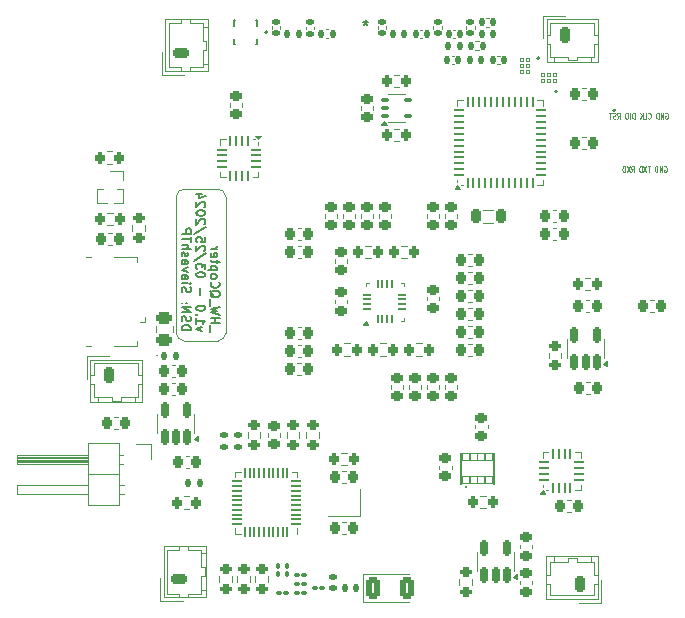
<source format=gbo>
G04 #@! TF.GenerationSoftware,KiCad,Pcbnew,8.0.0*
G04 #@! TF.CreationDate,2024-03-25T07:30:18-04:00*
G04 #@! TF.ProjectId,_Sub_HW_Qcopter,5f537562-5f48-4575-9f51-636f70746572,rev?*
G04 #@! TF.SameCoordinates,PX9157080PYf23bb80*
G04 #@! TF.FileFunction,Legend,Bot*
G04 #@! TF.FilePolarity,Positive*
%FSLAX46Y46*%
G04 Gerber Fmt 4.6, Leading zero omitted, Abs format (unit mm)*
G04 Created by KiCad (PCBNEW 8.0.0) date 2024-03-25 07:30:18*
%MOMM*%
%LPD*%
G01*
G04 APERTURE LIST*
G04 Aperture macros list*
%AMRoundRect*
0 Rectangle with rounded corners*
0 $1 Rounding radius*
0 $2 $3 $4 $5 $6 $7 $8 $9 X,Y pos of 4 corners*
0 Add a 4 corners polygon primitive as box body*
4,1,4,$2,$3,$4,$5,$6,$7,$8,$9,$2,$3,0*
0 Add four circle primitives for the rounded corners*
1,1,$1+$1,$2,$3*
1,1,$1+$1,$4,$5*
1,1,$1+$1,$6,$7*
1,1,$1+$1,$8,$9*
0 Add four rect primitives between the rounded corners*
20,1,$1+$1,$2,$3,$4,$5,0*
20,1,$1+$1,$4,$5,$6,$7,0*
20,1,$1+$1,$6,$7,$8,$9,0*
20,1,$1+$1,$8,$9,$2,$3,0*%
%AMFreePoly0*
4,1,14,0.363284,0.088284,0.375000,0.060000,0.375000,0.036569,0.363284,0.008285,0.266715,-0.088284,0.238431,-0.100000,-0.335000,-0.100000,-0.363284,-0.088284,-0.375000,-0.060000,-0.375000,0.060000,-0.363284,0.088284,-0.335000,0.100000,0.335000,0.100000,0.363284,0.088284,0.363284,0.088284,$1*%
%AMFreePoly1*
4,1,14,0.266715,0.088284,0.363284,-0.008285,0.375000,-0.036569,0.375000,-0.060000,0.363284,-0.088284,0.335000,-0.100000,-0.335000,-0.100000,-0.363284,-0.088284,-0.375000,-0.060000,-0.375000,0.060000,-0.363284,0.088284,-0.335000,0.100000,0.238431,0.100000,0.266715,0.088284,0.266715,0.088284,$1*%
%AMFreePoly2*
4,1,14,0.088284,0.363284,0.100000,0.335000,0.100000,-0.335000,0.088284,-0.363284,0.060000,-0.375000,0.036569,-0.375000,0.008285,-0.363284,-0.088284,-0.266715,-0.100000,-0.238431,-0.100000,0.335000,-0.088284,0.363284,-0.060000,0.375000,0.060000,0.375000,0.088284,0.363284,0.088284,0.363284,$1*%
%AMFreePoly3*
4,1,14,0.088284,0.363284,0.100000,0.335000,0.100000,-0.238431,0.088284,-0.266715,-0.008285,-0.363284,-0.036569,-0.375000,-0.060000,-0.375000,-0.088284,-0.363284,-0.100000,-0.335000,-0.100000,0.335000,-0.088284,0.363284,-0.060000,0.375000,0.060000,0.375000,0.088284,0.363284,0.088284,0.363284,$1*%
%AMFreePoly4*
4,1,14,0.363284,0.088284,0.375000,0.060000,0.375000,-0.060000,0.363284,-0.088284,0.335000,-0.100000,-0.335000,-0.100000,-0.363284,-0.088284,-0.375000,-0.060000,-0.375000,-0.036569,-0.363284,-0.008285,-0.266715,0.088284,-0.238431,0.100000,0.335000,0.100000,0.363284,0.088284,0.363284,0.088284,$1*%
%AMFreePoly5*
4,1,14,0.363284,0.088284,0.375000,0.060000,0.375000,-0.060000,0.363284,-0.088284,0.335000,-0.100000,-0.238431,-0.100000,-0.266715,-0.088284,-0.363284,0.008285,-0.375000,0.036569,-0.375000,0.060000,-0.363284,0.088284,-0.335000,0.100000,0.335000,0.100000,0.363284,0.088284,0.363284,0.088284,$1*%
%AMFreePoly6*
4,1,14,-0.008285,0.363284,0.088284,0.266715,0.100000,0.238431,0.100000,-0.335000,0.088284,-0.363284,0.060000,-0.375000,-0.060000,-0.375000,-0.088284,-0.363284,-0.100000,-0.335000,-0.100000,0.335000,-0.088284,0.363284,-0.060000,0.375000,-0.036569,0.375000,-0.008285,0.363284,-0.008285,0.363284,$1*%
%AMFreePoly7*
4,1,14,0.088284,0.363284,0.100000,0.335000,0.100000,-0.335000,0.088284,-0.363284,0.060000,-0.375000,-0.060000,-0.375000,-0.088284,-0.363284,-0.100000,-0.335000,-0.100000,0.238431,-0.088284,0.266715,0.008285,0.363284,0.036569,0.375000,0.060000,0.375000,0.088284,0.363284,0.088284,0.363284,$1*%
G04 Aperture macros list end*
%ADD10C,0.095250*%
%ADD11C,0.100000*%
%ADD12C,0.127000*%
%ADD13C,0.150000*%
%ADD14C,0.120000*%
%ADD15C,0.200000*%
%ADD16C,0.152400*%
%ADD17C,0.010000*%
%ADD18R,1.000000X1.000000*%
%ADD19O,1.000000X1.000000*%
%ADD20C,3.600000*%
%ADD21C,5.600000*%
%ADD22RoundRect,0.200000X0.275000X-0.200000X0.275000X0.200000X-0.275000X0.200000X-0.275000X-0.200000X0*%
%ADD23RoundRect,0.225000X0.250000X-0.225000X0.250000X0.225000X-0.250000X0.225000X-0.250000X-0.225000X0*%
%ADD24RoundRect,0.225000X0.225000X0.250000X-0.225000X0.250000X-0.225000X-0.250000X0.225000X-0.250000X0*%
%ADD25RoundRect,0.225000X-0.225000X-0.250000X0.225000X-0.250000X0.225000X0.250000X-0.225000X0.250000X0*%
%ADD26RoundRect,0.225000X-0.225000X-0.475000X0.225000X-0.475000X0.225000X0.475000X-0.225000X0.475000X0*%
%ADD27O,0.900000X1.400000*%
%ADD28RoundRect,0.147500X0.147500X0.172500X-0.147500X0.172500X-0.147500X-0.172500X0.147500X-0.172500X0*%
%ADD29RoundRect,0.225000X0.225000X0.475000X-0.225000X0.475000X-0.225000X-0.475000X0.225000X-0.475000X0*%
%ADD30RoundRect,0.225000X0.475000X-0.225000X0.475000X0.225000X-0.475000X0.225000X-0.475000X-0.225000X0*%
%ADD31O,1.400000X0.900000*%
%ADD32RoundRect,0.100000X-0.225000X-0.100000X0.225000X-0.100000X0.225000X0.100000X-0.225000X0.100000X0*%
%ADD33RoundRect,0.140000X0.170000X-0.140000X0.170000X0.140000X-0.170000X0.140000X-0.170000X-0.140000X0*%
%ADD34RoundRect,0.024800X0.130200X-0.165200X0.130200X0.165200X-0.130200X0.165200X-0.130200X-0.165200X0*%
%ADD35C,1.000000*%
%ADD36RoundRect,0.200000X0.200000X0.275000X-0.200000X0.275000X-0.200000X-0.275000X0.200000X-0.275000X0*%
%ADD37RoundRect,0.062500X-0.325000X-0.062500X0.325000X-0.062500X0.325000X0.062500X-0.325000X0.062500X0*%
%ADD38RoundRect,0.062500X-0.062500X-0.325000X0.062500X-0.325000X0.062500X0.325000X-0.062500X0.325000X0*%
%ADD39R,1.750000X1.750000*%
%ADD40RoundRect,0.062500X0.325000X0.062500X-0.325000X0.062500X-0.325000X-0.062500X0.325000X-0.062500X0*%
%ADD41RoundRect,0.062500X0.062500X0.325000X-0.062500X0.325000X-0.062500X-0.325000X0.062500X-0.325000X0*%
%ADD42RoundRect,0.218750X-0.218750X-0.381250X0.218750X-0.381250X0.218750X0.381250X-0.218750X0.381250X0*%
%ADD43RoundRect,0.147500X-0.147500X-0.172500X0.147500X-0.172500X0.147500X0.172500X-0.147500X0.172500X0*%
%ADD44RoundRect,0.225000X-0.250000X0.225000X-0.250000X-0.225000X0.250000X-0.225000X0.250000X0.225000X0*%
%ADD45RoundRect,0.140000X-0.140000X-0.170000X0.140000X-0.170000X0.140000X0.170000X-0.140000X0.170000X0*%
%ADD46RoundRect,0.243750X-0.456250X0.243750X-0.456250X-0.243750X0.456250X-0.243750X0.456250X0.243750X0*%
%ADD47RoundRect,0.140000X0.140000X0.170000X-0.140000X0.170000X-0.140000X-0.170000X0.140000X-0.170000X0*%
%ADD48RoundRect,0.039240X-0.287760X0.307760X-0.287760X-0.307760X0.287760X-0.307760X0.287760X0.307760X0*%
%ADD49RoundRect,0.062500X-0.375000X-0.062500X0.375000X-0.062500X0.375000X0.062500X-0.375000X0.062500X0*%
%ADD50RoundRect,0.062500X-0.062500X-0.375000X0.062500X-0.375000X0.062500X0.375000X-0.062500X0.375000X0*%
%ADD51R,5.600000X5.600000*%
%ADD52RoundRect,0.200000X-0.200000X-0.275000X0.200000X-0.275000X0.200000X0.275000X-0.200000X0.275000X0*%
%ADD53RoundRect,0.100000X-0.130000X-0.100000X0.130000X-0.100000X0.130000X0.100000X-0.130000X0.100000X0*%
%ADD54R,0.900000X0.800000*%
%ADD55RoundRect,0.150000X0.150000X-0.512500X0.150000X0.512500X-0.150000X0.512500X-0.150000X-0.512500X0*%
%ADD56RoundRect,0.050000X0.050000X-0.337500X0.050000X0.337500X-0.050000X0.337500X-0.050000X-0.337500X0*%
%ADD57RoundRect,0.050000X0.337500X-0.050000X0.337500X0.050000X-0.337500X0.050000X-0.337500X-0.050000X0*%
%ADD58R,3.800000X3.800000*%
%ADD59RoundRect,0.147500X0.172500X-0.147500X0.172500X0.147500X-0.172500X0.147500X-0.172500X-0.147500X0*%
%ADD60RoundRect,0.250000X-0.350000X-0.650000X0.350000X-0.650000X0.350000X0.650000X-0.350000X0.650000X0*%
%ADD61RoundRect,0.200000X-0.275000X0.200000X-0.275000X-0.200000X0.275000X-0.200000X0.275000X0.200000X0*%
%ADD62RoundRect,0.147500X-0.172500X0.147500X-0.172500X-0.147500X0.172500X-0.147500X0.172500X0.147500X0*%
%ADD63FreePoly0,0.000000*%
%ADD64RoundRect,0.050000X-0.325000X-0.050000X0.325000X-0.050000X0.325000X0.050000X-0.325000X0.050000X0*%
%ADD65FreePoly1,0.000000*%
%ADD66FreePoly2,0.000000*%
%ADD67RoundRect,0.050000X-0.050000X-0.325000X0.050000X-0.325000X0.050000X0.325000X-0.050000X0.325000X0*%
%ADD68FreePoly3,0.000000*%
%ADD69FreePoly4,0.000000*%
%ADD70FreePoly5,0.000000*%
%ADD71FreePoly6,0.000000*%
%ADD72FreePoly7,0.000000*%
%ADD73R,1.750000X1.600000*%
%ADD74RoundRect,0.100000X0.130000X0.100000X-0.130000X0.100000X-0.130000X-0.100000X0.130000X-0.100000X0*%
%ADD75RoundRect,0.100000X0.100000X-0.130000X0.100000X0.130000X-0.100000X0.130000X-0.100000X-0.130000X0*%
%ADD76R,1.350000X0.400000*%
%ADD77O,1.550000X0.890000*%
%ADD78R,1.550000X1.200000*%
%ADD79O,0.950000X1.250000*%
%ADD80R,1.550000X1.500000*%
%ADD81RoundRect,0.100000X-0.100000X0.130000X-0.100000X-0.130000X0.100000X-0.130000X0.100000X0.130000X0*%
%ADD82R,1.700000X1.700000*%
%ADD83O,1.700000X1.700000*%
%ADD84RoundRect,0.135000X0.135000X0.185000X-0.135000X0.185000X-0.135000X-0.185000X0.135000X-0.185000X0*%
%ADD85RoundRect,0.024800X0.165200X0.130200X-0.165200X0.130200X-0.165200X-0.130200X0.165200X-0.130200X0*%
%ADD86R,0.863600X0.609600*%
%ADD87R,0.254000X0.254000*%
G04 APERTURE END LIST*
D10*
X49075450Y36974533D02*
X49111736Y36998723D01*
X49111736Y36998723D02*
X49166164Y36998723D01*
X49166164Y36998723D02*
X49220593Y36974533D01*
X49220593Y36974533D02*
X49256878Y36926152D01*
X49256878Y36926152D02*
X49275021Y36877771D01*
X49275021Y36877771D02*
X49293164Y36781009D01*
X49293164Y36781009D02*
X49293164Y36708437D01*
X49293164Y36708437D02*
X49275021Y36611675D01*
X49275021Y36611675D02*
X49256878Y36563294D01*
X49256878Y36563294D02*
X49220593Y36514913D01*
X49220593Y36514913D02*
X49166164Y36490723D01*
X49166164Y36490723D02*
X49129878Y36490723D01*
X49129878Y36490723D02*
X49075450Y36514913D01*
X49075450Y36514913D02*
X49057307Y36539104D01*
X49057307Y36539104D02*
X49057307Y36708437D01*
X49057307Y36708437D02*
X49129878Y36708437D01*
X48894021Y36490723D02*
X48894021Y36998723D01*
X48894021Y36998723D02*
X48676307Y36490723D01*
X48676307Y36490723D02*
X48676307Y36998723D01*
X48494878Y36490723D02*
X48494878Y36998723D01*
X48494878Y36998723D02*
X48404164Y36998723D01*
X48404164Y36998723D02*
X48349735Y36974533D01*
X48349735Y36974533D02*
X48313450Y36926152D01*
X48313450Y36926152D02*
X48295307Y36877771D01*
X48295307Y36877771D02*
X48277164Y36781009D01*
X48277164Y36781009D02*
X48277164Y36708437D01*
X48277164Y36708437D02*
X48295307Y36611675D01*
X48295307Y36611675D02*
X48313450Y36563294D01*
X48313450Y36563294D02*
X48349735Y36514913D01*
X48349735Y36514913D02*
X48404164Y36490723D01*
X48404164Y36490723D02*
X48494878Y36490723D01*
X47878021Y36998723D02*
X47660307Y36998723D01*
X47769164Y36490723D02*
X47769164Y36998723D01*
X47569592Y36998723D02*
X47315592Y36490723D01*
X47315592Y36998723D02*
X47569592Y36490723D01*
X47170449Y36490723D02*
X47170449Y36998723D01*
X47170449Y36998723D02*
X47079735Y36998723D01*
X47079735Y36998723D02*
X47025306Y36974533D01*
X47025306Y36974533D02*
X46989021Y36926152D01*
X46989021Y36926152D02*
X46970878Y36877771D01*
X46970878Y36877771D02*
X46952735Y36781009D01*
X46952735Y36781009D02*
X46952735Y36708437D01*
X46952735Y36708437D02*
X46970878Y36611675D01*
X46970878Y36611675D02*
X46989021Y36563294D01*
X46989021Y36563294D02*
X47025306Y36514913D01*
X47025306Y36514913D02*
X47079735Y36490723D01*
X47079735Y36490723D02*
X47170449Y36490723D01*
X46281449Y36490723D02*
X46408449Y36732628D01*
X46499163Y36490723D02*
X46499163Y36998723D01*
X46499163Y36998723D02*
X46354020Y36998723D01*
X46354020Y36998723D02*
X46317735Y36974533D01*
X46317735Y36974533D02*
X46299592Y36950342D01*
X46299592Y36950342D02*
X46281449Y36901961D01*
X46281449Y36901961D02*
X46281449Y36829390D01*
X46281449Y36829390D02*
X46299592Y36781009D01*
X46299592Y36781009D02*
X46317735Y36756818D01*
X46317735Y36756818D02*
X46354020Y36732628D01*
X46354020Y36732628D02*
X46499163Y36732628D01*
X46154449Y36998723D02*
X45900449Y36490723D01*
X45900449Y36998723D02*
X46154449Y36490723D01*
X45755306Y36490723D02*
X45755306Y36998723D01*
X45755306Y36998723D02*
X45664592Y36998723D01*
X45664592Y36998723D02*
X45610163Y36974533D01*
X45610163Y36974533D02*
X45573878Y36926152D01*
X45573878Y36926152D02*
X45555735Y36877771D01*
X45555735Y36877771D02*
X45537592Y36781009D01*
X45537592Y36781009D02*
X45537592Y36708437D01*
X45537592Y36708437D02*
X45555735Y36611675D01*
X45555735Y36611675D02*
X45573878Y36563294D01*
X45573878Y36563294D02*
X45610163Y36514913D01*
X45610163Y36514913D02*
X45664592Y36490723D01*
X45664592Y36490723D02*
X45755306Y36490723D01*
X49177050Y41495733D02*
X49213336Y41519923D01*
X49213336Y41519923D02*
X49267764Y41519923D01*
X49267764Y41519923D02*
X49322193Y41495733D01*
X49322193Y41495733D02*
X49358478Y41447352D01*
X49358478Y41447352D02*
X49376621Y41398971D01*
X49376621Y41398971D02*
X49394764Y41302209D01*
X49394764Y41302209D02*
X49394764Y41229637D01*
X49394764Y41229637D02*
X49376621Y41132875D01*
X49376621Y41132875D02*
X49358478Y41084494D01*
X49358478Y41084494D02*
X49322193Y41036113D01*
X49322193Y41036113D02*
X49267764Y41011923D01*
X49267764Y41011923D02*
X49231478Y41011923D01*
X49231478Y41011923D02*
X49177050Y41036113D01*
X49177050Y41036113D02*
X49158907Y41060304D01*
X49158907Y41060304D02*
X49158907Y41229637D01*
X49158907Y41229637D02*
X49231478Y41229637D01*
X48995621Y41011923D02*
X48995621Y41519923D01*
X48995621Y41519923D02*
X48777907Y41011923D01*
X48777907Y41011923D02*
X48777907Y41519923D01*
X48596478Y41011923D02*
X48596478Y41519923D01*
X48596478Y41519923D02*
X48505764Y41519923D01*
X48505764Y41519923D02*
X48451335Y41495733D01*
X48451335Y41495733D02*
X48415050Y41447352D01*
X48415050Y41447352D02*
X48396907Y41398971D01*
X48396907Y41398971D02*
X48378764Y41302209D01*
X48378764Y41302209D02*
X48378764Y41229637D01*
X48378764Y41229637D02*
X48396907Y41132875D01*
X48396907Y41132875D02*
X48415050Y41084494D01*
X48415050Y41084494D02*
X48451335Y41036113D01*
X48451335Y41036113D02*
X48505764Y41011923D01*
X48505764Y41011923D02*
X48596478Y41011923D01*
X47707478Y41060304D02*
X47725621Y41036113D01*
X47725621Y41036113D02*
X47780049Y41011923D01*
X47780049Y41011923D02*
X47816335Y41011923D01*
X47816335Y41011923D02*
X47870764Y41036113D01*
X47870764Y41036113D02*
X47907049Y41084494D01*
X47907049Y41084494D02*
X47925192Y41132875D01*
X47925192Y41132875D02*
X47943335Y41229637D01*
X47943335Y41229637D02*
X47943335Y41302209D01*
X47943335Y41302209D02*
X47925192Y41398971D01*
X47925192Y41398971D02*
X47907049Y41447352D01*
X47907049Y41447352D02*
X47870764Y41495733D01*
X47870764Y41495733D02*
X47816335Y41519923D01*
X47816335Y41519923D02*
X47780049Y41519923D01*
X47780049Y41519923D02*
X47725621Y41495733D01*
X47725621Y41495733D02*
X47707478Y41471542D01*
X47362764Y41011923D02*
X47544192Y41011923D01*
X47544192Y41011923D02*
X47544192Y41519923D01*
X47235763Y41011923D02*
X47235763Y41519923D01*
X47018049Y41011923D02*
X47181335Y41302209D01*
X47018049Y41519923D02*
X47235763Y41229637D01*
X46564477Y41011923D02*
X46564477Y41519923D01*
X46564477Y41519923D02*
X46473763Y41519923D01*
X46473763Y41519923D02*
X46419334Y41495733D01*
X46419334Y41495733D02*
X46383049Y41447352D01*
X46383049Y41447352D02*
X46364906Y41398971D01*
X46364906Y41398971D02*
X46346763Y41302209D01*
X46346763Y41302209D02*
X46346763Y41229637D01*
X46346763Y41229637D02*
X46364906Y41132875D01*
X46364906Y41132875D02*
X46383049Y41084494D01*
X46383049Y41084494D02*
X46419334Y41036113D01*
X46419334Y41036113D02*
X46473763Y41011923D01*
X46473763Y41011923D02*
X46564477Y41011923D01*
X46183477Y41011923D02*
X46183477Y41519923D01*
X45929477Y41519923D02*
X45856905Y41519923D01*
X45856905Y41519923D02*
X45820620Y41495733D01*
X45820620Y41495733D02*
X45784334Y41447352D01*
X45784334Y41447352D02*
X45766191Y41350590D01*
X45766191Y41350590D02*
X45766191Y41181256D01*
X45766191Y41181256D02*
X45784334Y41084494D01*
X45784334Y41084494D02*
X45820620Y41036113D01*
X45820620Y41036113D02*
X45856905Y41011923D01*
X45856905Y41011923D02*
X45929477Y41011923D01*
X45929477Y41011923D02*
X45965763Y41036113D01*
X45965763Y41036113D02*
X46002048Y41084494D01*
X46002048Y41084494D02*
X46020191Y41181256D01*
X46020191Y41181256D02*
X46020191Y41350590D01*
X46020191Y41350590D02*
X46002048Y41447352D01*
X46002048Y41447352D02*
X45965763Y41495733D01*
X45965763Y41495733D02*
X45929477Y41519923D01*
X45094905Y41011923D02*
X45221905Y41253828D01*
X45312619Y41011923D02*
X45312619Y41519923D01*
X45312619Y41519923D02*
X45167476Y41519923D01*
X45167476Y41519923D02*
X45131191Y41495733D01*
X45131191Y41495733D02*
X45113048Y41471542D01*
X45113048Y41471542D02*
X45094905Y41423161D01*
X45094905Y41423161D02*
X45094905Y41350590D01*
X45094905Y41350590D02*
X45113048Y41302209D01*
X45113048Y41302209D02*
X45131191Y41278018D01*
X45131191Y41278018D02*
X45167476Y41253828D01*
X45167476Y41253828D02*
X45312619Y41253828D01*
X44949762Y41036113D02*
X44895334Y41011923D01*
X44895334Y41011923D02*
X44804619Y41011923D01*
X44804619Y41011923D02*
X44768334Y41036113D01*
X44768334Y41036113D02*
X44750191Y41060304D01*
X44750191Y41060304D02*
X44732048Y41108685D01*
X44732048Y41108685D02*
X44732048Y41157066D01*
X44732048Y41157066D02*
X44750191Y41205447D01*
X44750191Y41205447D02*
X44768334Y41229637D01*
X44768334Y41229637D02*
X44804619Y41253828D01*
X44804619Y41253828D02*
X44877191Y41278018D01*
X44877191Y41278018D02*
X44913476Y41302209D01*
X44913476Y41302209D02*
X44931619Y41326399D01*
X44931619Y41326399D02*
X44949762Y41374780D01*
X44949762Y41374780D02*
X44949762Y41423161D01*
X44949762Y41423161D02*
X44931619Y41471542D01*
X44931619Y41471542D02*
X44913476Y41495733D01*
X44913476Y41495733D02*
X44877191Y41519923D01*
X44877191Y41519923D02*
X44786476Y41519923D01*
X44786476Y41519923D02*
X44732048Y41495733D01*
X44623191Y41519923D02*
X44405477Y41519923D01*
X44514334Y41011923D02*
X44514334Y41519923D01*
D11*
X7772400Y22860000D02*
X7772400Y34417000D01*
X8407400Y35052000D02*
X11303000Y35052000D01*
X11938000Y34417000D02*
X11938000Y22860000D01*
X11303000Y22225000D02*
X8407400Y22225000D01*
X7772400Y34417000D02*
G75*
G02*
X8407400Y35052000I635000J0D01*
G01*
X11303000Y35052000D02*
G75*
G02*
X11938000Y34417000I0J-635000D01*
G01*
X8407400Y22225000D02*
G75*
G02*
X7772400Y22860000I0J635000D01*
G01*
X11938000Y22860000D02*
G75*
G02*
X11303000Y22225000I-635000J0D01*
G01*
D12*
X10591146Y22943552D02*
X10591146Y23524124D01*
X10663718Y23705552D02*
X11425718Y23705552D01*
X11062861Y23705552D02*
X11062861Y24140981D01*
X10663718Y24140981D02*
X11425718Y24140981D01*
X11425718Y24431267D02*
X10663718Y24612695D01*
X10663718Y24612695D02*
X11208004Y24757838D01*
X11208004Y24757838D02*
X10663718Y24902981D01*
X10663718Y24902981D02*
X11425718Y25084409D01*
X10591146Y25193266D02*
X10591146Y25773838D01*
X10591146Y26463266D02*
X10627432Y26390695D01*
X10627432Y26390695D02*
X10700004Y26318123D01*
X10700004Y26318123D02*
X10808861Y26209266D01*
X10808861Y26209266D02*
X10845146Y26136695D01*
X10845146Y26136695D02*
X10845146Y26064123D01*
X10663718Y26100409D02*
X10700004Y26027837D01*
X10700004Y26027837D02*
X10772575Y25955266D01*
X10772575Y25955266D02*
X10917718Y25918980D01*
X10917718Y25918980D02*
X11171718Y25918980D01*
X11171718Y25918980D02*
X11316861Y25955266D01*
X11316861Y25955266D02*
X11389432Y26027837D01*
X11389432Y26027837D02*
X11425718Y26100409D01*
X11425718Y26100409D02*
X11425718Y26245552D01*
X11425718Y26245552D02*
X11389432Y26318123D01*
X11389432Y26318123D02*
X11316861Y26390695D01*
X11316861Y26390695D02*
X11171718Y26426980D01*
X11171718Y26426980D02*
X10917718Y26426980D01*
X10917718Y26426980D02*
X10772575Y26390695D01*
X10772575Y26390695D02*
X10700004Y26318123D01*
X10700004Y26318123D02*
X10663718Y26245552D01*
X10663718Y26245552D02*
X10663718Y26100409D01*
X10736289Y27188981D02*
X10700004Y27152695D01*
X10700004Y27152695D02*
X10663718Y27043838D01*
X10663718Y27043838D02*
X10663718Y26971266D01*
X10663718Y26971266D02*
X10700004Y26862409D01*
X10700004Y26862409D02*
X10772575Y26789838D01*
X10772575Y26789838D02*
X10845146Y26753552D01*
X10845146Y26753552D02*
X10990289Y26717266D01*
X10990289Y26717266D02*
X11099146Y26717266D01*
X11099146Y26717266D02*
X11244289Y26753552D01*
X11244289Y26753552D02*
X11316861Y26789838D01*
X11316861Y26789838D02*
X11389432Y26862409D01*
X11389432Y26862409D02*
X11425718Y26971266D01*
X11425718Y26971266D02*
X11425718Y27043838D01*
X11425718Y27043838D02*
X11389432Y27152695D01*
X11389432Y27152695D02*
X11353146Y27188981D01*
X10663718Y27624409D02*
X10700004Y27551838D01*
X10700004Y27551838D02*
X10736289Y27515552D01*
X10736289Y27515552D02*
X10808861Y27479266D01*
X10808861Y27479266D02*
X11026575Y27479266D01*
X11026575Y27479266D02*
X11099146Y27515552D01*
X11099146Y27515552D02*
X11135432Y27551838D01*
X11135432Y27551838D02*
X11171718Y27624409D01*
X11171718Y27624409D02*
X11171718Y27733266D01*
X11171718Y27733266D02*
X11135432Y27805838D01*
X11135432Y27805838D02*
X11099146Y27842123D01*
X11099146Y27842123D02*
X11026575Y27878409D01*
X11026575Y27878409D02*
X10808861Y27878409D01*
X10808861Y27878409D02*
X10736289Y27842123D01*
X10736289Y27842123D02*
X10700004Y27805838D01*
X10700004Y27805838D02*
X10663718Y27733266D01*
X10663718Y27733266D02*
X10663718Y27624409D01*
X11171718Y28204981D02*
X10409718Y28204981D01*
X11135432Y28204981D02*
X11171718Y28277552D01*
X11171718Y28277552D02*
X11171718Y28422695D01*
X11171718Y28422695D02*
X11135432Y28495267D01*
X11135432Y28495267D02*
X11099146Y28531552D01*
X11099146Y28531552D02*
X11026575Y28567838D01*
X11026575Y28567838D02*
X10808861Y28567838D01*
X10808861Y28567838D02*
X10736289Y28531552D01*
X10736289Y28531552D02*
X10700004Y28495267D01*
X10700004Y28495267D02*
X10663718Y28422695D01*
X10663718Y28422695D02*
X10663718Y28277552D01*
X10663718Y28277552D02*
X10700004Y28204981D01*
X11171718Y28785553D02*
X11171718Y29075839D01*
X11425718Y28894410D02*
X10772575Y28894410D01*
X10772575Y28894410D02*
X10700004Y28930696D01*
X10700004Y28930696D02*
X10663718Y29003267D01*
X10663718Y29003267D02*
X10663718Y29075839D01*
X10700004Y29620125D02*
X10663718Y29547553D01*
X10663718Y29547553D02*
X10663718Y29402410D01*
X10663718Y29402410D02*
X10700004Y29329839D01*
X10700004Y29329839D02*
X10772575Y29293553D01*
X10772575Y29293553D02*
X11062861Y29293553D01*
X11062861Y29293553D02*
X11135432Y29329839D01*
X11135432Y29329839D02*
X11171718Y29402410D01*
X11171718Y29402410D02*
X11171718Y29547553D01*
X11171718Y29547553D02*
X11135432Y29620125D01*
X11135432Y29620125D02*
X11062861Y29656410D01*
X11062861Y29656410D02*
X10990289Y29656410D01*
X10990289Y29656410D02*
X10917718Y29293553D01*
X10663718Y29982982D02*
X11171718Y29982982D01*
X11026575Y29982982D02*
X11099146Y30019268D01*
X11099146Y30019268D02*
X11135432Y30055553D01*
X11135432Y30055553D02*
X11171718Y30128125D01*
X11171718Y30128125D02*
X11171718Y30200696D01*
X9944941Y23052410D02*
X9436941Y23233838D01*
X9436941Y23233838D02*
X9944941Y23415267D01*
X9436941Y24104695D02*
X9436941Y23669266D01*
X9436941Y23886981D02*
X10198941Y23886981D01*
X10198941Y23886981D02*
X10090084Y23814409D01*
X10090084Y23814409D02*
X10017512Y23741838D01*
X10017512Y23741838D02*
X9981227Y23669266D01*
X9509512Y24431266D02*
X9473227Y24467552D01*
X9473227Y24467552D02*
X9436941Y24431266D01*
X9436941Y24431266D02*
X9473227Y24394980D01*
X9473227Y24394980D02*
X9509512Y24431266D01*
X9509512Y24431266D02*
X9436941Y24431266D01*
X10198941Y24939266D02*
X10198941Y25011837D01*
X10198941Y25011837D02*
X10162655Y25084409D01*
X10162655Y25084409D02*
X10126369Y25120694D01*
X10126369Y25120694D02*
X10053798Y25156980D01*
X10053798Y25156980D02*
X9908655Y25193266D01*
X9908655Y25193266D02*
X9727227Y25193266D01*
X9727227Y25193266D02*
X9582084Y25156980D01*
X9582084Y25156980D02*
X9509512Y25120694D01*
X9509512Y25120694D02*
X9473227Y25084409D01*
X9473227Y25084409D02*
X9436941Y25011837D01*
X9436941Y25011837D02*
X9436941Y24939266D01*
X9436941Y24939266D02*
X9473227Y24866694D01*
X9473227Y24866694D02*
X9509512Y24830409D01*
X9509512Y24830409D02*
X9582084Y24794123D01*
X9582084Y24794123D02*
X9727227Y24757837D01*
X9727227Y24757837D02*
X9908655Y24757837D01*
X9908655Y24757837D02*
X10053798Y24794123D01*
X10053798Y24794123D02*
X10126369Y24830409D01*
X10126369Y24830409D02*
X10162655Y24866694D01*
X10162655Y24866694D02*
X10198941Y24939266D01*
X9727227Y26100408D02*
X9727227Y26680979D01*
X10198941Y27769551D02*
X10198941Y27842122D01*
X10198941Y27842122D02*
X10162655Y27914694D01*
X10162655Y27914694D02*
X10126369Y27950979D01*
X10126369Y27950979D02*
X10053798Y27987265D01*
X10053798Y27987265D02*
X9908655Y28023551D01*
X9908655Y28023551D02*
X9727227Y28023551D01*
X9727227Y28023551D02*
X9582084Y27987265D01*
X9582084Y27987265D02*
X9509512Y27950979D01*
X9509512Y27950979D02*
X9473227Y27914694D01*
X9473227Y27914694D02*
X9436941Y27842122D01*
X9436941Y27842122D02*
X9436941Y27769551D01*
X9436941Y27769551D02*
X9473227Y27696979D01*
X9473227Y27696979D02*
X9509512Y27660694D01*
X9509512Y27660694D02*
X9582084Y27624408D01*
X9582084Y27624408D02*
X9727227Y27588122D01*
X9727227Y27588122D02*
X9908655Y27588122D01*
X9908655Y27588122D02*
X10053798Y27624408D01*
X10053798Y27624408D02*
X10126369Y27660694D01*
X10126369Y27660694D02*
X10162655Y27696979D01*
X10162655Y27696979D02*
X10198941Y27769551D01*
X10198941Y28277551D02*
X10198941Y28749265D01*
X10198941Y28749265D02*
X9908655Y28495265D01*
X9908655Y28495265D02*
X9908655Y28604122D01*
X9908655Y28604122D02*
X9872369Y28676693D01*
X9872369Y28676693D02*
X9836084Y28712979D01*
X9836084Y28712979D02*
X9763512Y28749265D01*
X9763512Y28749265D02*
X9582084Y28749265D01*
X9582084Y28749265D02*
X9509512Y28712979D01*
X9509512Y28712979D02*
X9473227Y28676693D01*
X9473227Y28676693D02*
X9436941Y28604122D01*
X9436941Y28604122D02*
X9436941Y28386408D01*
X9436941Y28386408D02*
X9473227Y28313836D01*
X9473227Y28313836D02*
X9509512Y28277551D01*
X10235227Y29620122D02*
X9255512Y28966979D01*
X10126369Y29837836D02*
X10162655Y29874122D01*
X10162655Y29874122D02*
X10198941Y29946693D01*
X10198941Y29946693D02*
X10198941Y30128122D01*
X10198941Y30128122D02*
X10162655Y30200693D01*
X10162655Y30200693D02*
X10126369Y30236979D01*
X10126369Y30236979D02*
X10053798Y30273265D01*
X10053798Y30273265D02*
X9981227Y30273265D01*
X9981227Y30273265D02*
X9872369Y30236979D01*
X9872369Y30236979D02*
X9436941Y29801551D01*
X9436941Y29801551D02*
X9436941Y30273265D01*
X10198941Y30962693D02*
X10198941Y30599836D01*
X10198941Y30599836D02*
X9836084Y30563550D01*
X9836084Y30563550D02*
X9872369Y30599836D01*
X9872369Y30599836D02*
X9908655Y30672407D01*
X9908655Y30672407D02*
X9908655Y30853836D01*
X9908655Y30853836D02*
X9872369Y30926407D01*
X9872369Y30926407D02*
X9836084Y30962693D01*
X9836084Y30962693D02*
X9763512Y30998979D01*
X9763512Y30998979D02*
X9582084Y30998979D01*
X9582084Y30998979D02*
X9509512Y30962693D01*
X9509512Y30962693D02*
X9473227Y30926407D01*
X9473227Y30926407D02*
X9436941Y30853836D01*
X9436941Y30853836D02*
X9436941Y30672407D01*
X9436941Y30672407D02*
X9473227Y30599836D01*
X9473227Y30599836D02*
X9509512Y30563550D01*
X10235227Y31869836D02*
X9255512Y31216693D01*
X10126369Y32087550D02*
X10162655Y32123836D01*
X10162655Y32123836D02*
X10198941Y32196407D01*
X10198941Y32196407D02*
X10198941Y32377836D01*
X10198941Y32377836D02*
X10162655Y32450407D01*
X10162655Y32450407D02*
X10126369Y32486693D01*
X10126369Y32486693D02*
X10053798Y32522979D01*
X10053798Y32522979D02*
X9981227Y32522979D01*
X9981227Y32522979D02*
X9872369Y32486693D01*
X9872369Y32486693D02*
X9436941Y32051265D01*
X9436941Y32051265D02*
X9436941Y32522979D01*
X10198941Y32994693D02*
X10198941Y33067264D01*
X10198941Y33067264D02*
X10162655Y33139836D01*
X10162655Y33139836D02*
X10126369Y33176121D01*
X10126369Y33176121D02*
X10053798Y33212407D01*
X10053798Y33212407D02*
X9908655Y33248693D01*
X9908655Y33248693D02*
X9727227Y33248693D01*
X9727227Y33248693D02*
X9582084Y33212407D01*
X9582084Y33212407D02*
X9509512Y33176121D01*
X9509512Y33176121D02*
X9473227Y33139836D01*
X9473227Y33139836D02*
X9436941Y33067264D01*
X9436941Y33067264D02*
X9436941Y32994693D01*
X9436941Y32994693D02*
X9473227Y32922121D01*
X9473227Y32922121D02*
X9509512Y32885836D01*
X9509512Y32885836D02*
X9582084Y32849550D01*
X9582084Y32849550D02*
X9727227Y32813264D01*
X9727227Y32813264D02*
X9908655Y32813264D01*
X9908655Y32813264D02*
X10053798Y32849550D01*
X10053798Y32849550D02*
X10126369Y32885836D01*
X10126369Y32885836D02*
X10162655Y32922121D01*
X10162655Y32922121D02*
X10198941Y32994693D01*
X10126369Y33538978D02*
X10162655Y33575264D01*
X10162655Y33575264D02*
X10198941Y33647835D01*
X10198941Y33647835D02*
X10198941Y33829264D01*
X10198941Y33829264D02*
X10162655Y33901835D01*
X10162655Y33901835D02*
X10126369Y33938121D01*
X10126369Y33938121D02*
X10053798Y33974407D01*
X10053798Y33974407D02*
X9981227Y33974407D01*
X9981227Y33974407D02*
X9872369Y33938121D01*
X9872369Y33938121D02*
X9436941Y33502693D01*
X9436941Y33502693D02*
X9436941Y33974407D01*
X9944941Y34627549D02*
X9436941Y34627549D01*
X10235227Y34446121D02*
X9690941Y34264692D01*
X9690941Y34264692D02*
X9690941Y34736407D01*
X8210164Y23124981D02*
X8972164Y23124981D01*
X8972164Y23124981D02*
X8972164Y23306410D01*
X8972164Y23306410D02*
X8935878Y23415267D01*
X8935878Y23415267D02*
X8863307Y23487838D01*
X8863307Y23487838D02*
X8790735Y23524124D01*
X8790735Y23524124D02*
X8645592Y23560410D01*
X8645592Y23560410D02*
X8536735Y23560410D01*
X8536735Y23560410D02*
X8391592Y23524124D01*
X8391592Y23524124D02*
X8319021Y23487838D01*
X8319021Y23487838D02*
X8246450Y23415267D01*
X8246450Y23415267D02*
X8210164Y23306410D01*
X8210164Y23306410D02*
X8210164Y23124981D01*
X8246450Y23850695D02*
X8210164Y23959552D01*
X8210164Y23959552D02*
X8210164Y24140981D01*
X8210164Y24140981D02*
X8246450Y24213552D01*
X8246450Y24213552D02*
X8282735Y24249838D01*
X8282735Y24249838D02*
X8355307Y24286124D01*
X8355307Y24286124D02*
X8427878Y24286124D01*
X8427878Y24286124D02*
X8500450Y24249838D01*
X8500450Y24249838D02*
X8536735Y24213552D01*
X8536735Y24213552D02*
X8573021Y24140981D01*
X8573021Y24140981D02*
X8609307Y23995838D01*
X8609307Y23995838D02*
X8645592Y23923267D01*
X8645592Y23923267D02*
X8681878Y23886981D01*
X8681878Y23886981D02*
X8754450Y23850695D01*
X8754450Y23850695D02*
X8827021Y23850695D01*
X8827021Y23850695D02*
X8899592Y23886981D01*
X8899592Y23886981D02*
X8935878Y23923267D01*
X8935878Y23923267D02*
X8972164Y23995838D01*
X8972164Y23995838D02*
X8972164Y24177267D01*
X8972164Y24177267D02*
X8935878Y24286124D01*
X8210164Y24612695D02*
X8972164Y24612695D01*
X8972164Y24612695D02*
X8210164Y25048124D01*
X8210164Y25048124D02*
X8972164Y25048124D01*
X8282735Y25410981D02*
X8246450Y25447267D01*
X8246450Y25447267D02*
X8210164Y25410981D01*
X8210164Y25410981D02*
X8246450Y25374695D01*
X8246450Y25374695D02*
X8282735Y25410981D01*
X8282735Y25410981D02*
X8210164Y25410981D01*
X8681878Y25410981D02*
X8645592Y25447267D01*
X8645592Y25447267D02*
X8609307Y25410981D01*
X8609307Y25410981D02*
X8645592Y25374695D01*
X8645592Y25374695D02*
X8681878Y25410981D01*
X8681878Y25410981D02*
X8609307Y25410981D01*
X8246450Y26318123D02*
X8210164Y26426980D01*
X8210164Y26426980D02*
X8210164Y26608409D01*
X8210164Y26608409D02*
X8246450Y26680980D01*
X8246450Y26680980D02*
X8282735Y26717266D01*
X8282735Y26717266D02*
X8355307Y26753552D01*
X8355307Y26753552D02*
X8427878Y26753552D01*
X8427878Y26753552D02*
X8500450Y26717266D01*
X8500450Y26717266D02*
X8536735Y26680980D01*
X8536735Y26680980D02*
X8573021Y26608409D01*
X8573021Y26608409D02*
X8609307Y26463266D01*
X8609307Y26463266D02*
X8645592Y26390695D01*
X8645592Y26390695D02*
X8681878Y26354409D01*
X8681878Y26354409D02*
X8754450Y26318123D01*
X8754450Y26318123D02*
X8827021Y26318123D01*
X8827021Y26318123D02*
X8899592Y26354409D01*
X8899592Y26354409D02*
X8935878Y26390695D01*
X8935878Y26390695D02*
X8972164Y26463266D01*
X8972164Y26463266D02*
X8972164Y26644695D01*
X8972164Y26644695D02*
X8935878Y26753552D01*
X8210164Y27080123D02*
X8718164Y27080123D01*
X8972164Y27080123D02*
X8935878Y27043837D01*
X8935878Y27043837D02*
X8899592Y27080123D01*
X8899592Y27080123D02*
X8935878Y27116409D01*
X8935878Y27116409D02*
X8972164Y27080123D01*
X8972164Y27080123D02*
X8899592Y27080123D01*
X8210164Y27769551D02*
X8609307Y27769551D01*
X8609307Y27769551D02*
X8681878Y27733266D01*
X8681878Y27733266D02*
X8718164Y27660694D01*
X8718164Y27660694D02*
X8718164Y27515551D01*
X8718164Y27515551D02*
X8681878Y27442980D01*
X8246450Y27769551D02*
X8210164Y27696980D01*
X8210164Y27696980D02*
X8210164Y27515551D01*
X8210164Y27515551D02*
X8246450Y27442980D01*
X8246450Y27442980D02*
X8319021Y27406694D01*
X8319021Y27406694D02*
X8391592Y27406694D01*
X8391592Y27406694D02*
X8464164Y27442980D01*
X8464164Y27442980D02*
X8500450Y27515551D01*
X8500450Y27515551D02*
X8500450Y27696980D01*
X8500450Y27696980D02*
X8536735Y27769551D01*
X8718164Y28059838D02*
X8210164Y28241266D01*
X8210164Y28241266D02*
X8718164Y28422695D01*
X8210164Y29039551D02*
X8609307Y29039551D01*
X8609307Y29039551D02*
X8681878Y29003266D01*
X8681878Y29003266D02*
X8718164Y28930694D01*
X8718164Y28930694D02*
X8718164Y28785551D01*
X8718164Y28785551D02*
X8681878Y28712980D01*
X8246450Y29039551D02*
X8210164Y28966980D01*
X8210164Y28966980D02*
X8210164Y28785551D01*
X8210164Y28785551D02*
X8246450Y28712980D01*
X8246450Y28712980D02*
X8319021Y28676694D01*
X8319021Y28676694D02*
X8391592Y28676694D01*
X8391592Y28676694D02*
X8464164Y28712980D01*
X8464164Y28712980D02*
X8500450Y28785551D01*
X8500450Y28785551D02*
X8500450Y28966980D01*
X8500450Y28966980D02*
X8536735Y29039551D01*
X8246450Y29366123D02*
X8210164Y29438695D01*
X8210164Y29438695D02*
X8210164Y29583838D01*
X8210164Y29583838D02*
X8246450Y29656409D01*
X8246450Y29656409D02*
X8319021Y29692695D01*
X8319021Y29692695D02*
X8355307Y29692695D01*
X8355307Y29692695D02*
X8427878Y29656409D01*
X8427878Y29656409D02*
X8464164Y29583838D01*
X8464164Y29583838D02*
X8464164Y29474980D01*
X8464164Y29474980D02*
X8500450Y29402409D01*
X8500450Y29402409D02*
X8573021Y29366123D01*
X8573021Y29366123D02*
X8609307Y29366123D01*
X8609307Y29366123D02*
X8681878Y29402409D01*
X8681878Y29402409D02*
X8718164Y29474980D01*
X8718164Y29474980D02*
X8718164Y29583838D01*
X8718164Y29583838D02*
X8681878Y29656409D01*
X8210164Y30019266D02*
X8972164Y30019266D01*
X8210164Y30345837D02*
X8609307Y30345837D01*
X8609307Y30345837D02*
X8681878Y30309552D01*
X8681878Y30309552D02*
X8718164Y30236980D01*
X8718164Y30236980D02*
X8718164Y30128123D01*
X8718164Y30128123D02*
X8681878Y30055552D01*
X8681878Y30055552D02*
X8645592Y30019266D01*
X8972164Y30599838D02*
X8972164Y31035266D01*
X8210164Y30817552D02*
X8972164Y30817552D01*
X8210164Y31289266D02*
X8972164Y31289266D01*
X8972164Y31289266D02*
X8972164Y31579552D01*
X8972164Y31579552D02*
X8935878Y31652123D01*
X8935878Y31652123D02*
X8899592Y31688409D01*
X8899592Y31688409D02*
X8827021Y31724695D01*
X8827021Y31724695D02*
X8718164Y31724695D01*
X8718164Y31724695D02*
X8645592Y31688409D01*
X8645592Y31688409D02*
X8609307Y31652123D01*
X8609307Y31652123D02*
X8573021Y31579552D01*
X8573021Y31579552D02*
X8573021Y31289266D01*
D13*
X23787099Y49354381D02*
X23787099Y49116286D01*
X24025194Y49211524D02*
X23787099Y49116286D01*
X23787099Y49116286D02*
X23549004Y49211524D01*
X23929956Y48925810D02*
X23787099Y49116286D01*
X23787099Y49116286D02*
X23644242Y48925810D01*
X23787099Y49354381D02*
X23787099Y49116286D01*
X24025194Y49211524D02*
X23787099Y49116286D01*
X23787099Y49116286D02*
X23549004Y49211524D01*
X23929956Y48925810D02*
X23787099Y49116286D01*
X23787099Y49116286D02*
X23644242Y48925810D01*
D14*
X13828500Y14461258D02*
X13828500Y13986742D01*
X14873500Y14461258D02*
X14873500Y13986742D01*
X17130500Y14461258D02*
X17130500Y13986742D01*
X18175500Y14461258D02*
X18175500Y13986742D01*
X30478000Y32906581D02*
X30478000Y32625419D01*
X31498000Y32906581D02*
X31498000Y32625419D01*
X18033419Y31752000D02*
X18314581Y31752000D01*
X18033419Y30732000D02*
X18314581Y30732000D01*
X48171981Y25656000D02*
X47890819Y25656000D01*
X48171981Y24636000D02*
X47890819Y24636000D01*
X23366000Y42050581D02*
X23366000Y41769419D01*
X24386000Y42050581D02*
X24386000Y41769419D01*
X38800000Y49743000D02*
X38800000Y47833000D01*
X39110001Y49433000D02*
X39110001Y45833000D01*
X39110001Y45833000D02*
X43460001Y45832999D01*
X39410001Y49133000D02*
X39410002Y48133000D01*
X39410001Y47382999D02*
X39110001Y47382999D01*
X39410001Y46283000D02*
X39410001Y47382999D01*
X39410002Y48133000D02*
X39110000Y48133000D01*
X39710001Y46283000D02*
X39410001Y46283000D01*
X39710001Y45833000D02*
X39710001Y46283000D01*
X40710001Y49743000D02*
X38800000Y49743000D01*
X40910001Y46283000D02*
X39710001Y46283000D01*
X40910001Y45983000D02*
X40910001Y46283000D01*
X41660001Y46283000D02*
X41660001Y45983000D01*
X41660001Y45983000D02*
X40910001Y45983000D01*
X42860000Y46283000D02*
X41660001Y46283000D01*
X42860000Y46283000D02*
X43160000Y46283000D01*
X42860001Y45832999D02*
X42860000Y46283000D01*
X43160000Y46283000D02*
X43160001Y47383000D01*
X43160001Y49133000D02*
X39410001Y49133000D01*
X43160001Y48133000D02*
X43160001Y49133000D01*
X43160001Y47383000D02*
X43460001Y47383000D01*
X43460001Y49433000D02*
X39110001Y49433000D01*
X43460001Y48133000D02*
X43160001Y48133000D01*
X43460001Y45832999D02*
X43460001Y49433000D01*
X39100000Y3959001D02*
X39100000Y359000D01*
X39100000Y1659000D02*
X39400000Y1659000D01*
X39100000Y359000D02*
X43450000Y359000D01*
X39400000Y2409000D02*
X39100000Y2409000D01*
X39400000Y1659000D02*
X39400000Y659000D01*
X39400000Y659000D02*
X43150000Y659000D01*
X39400001Y3509000D02*
X39400000Y2409000D01*
X39700000Y3959001D02*
X39700001Y3509000D01*
X39700001Y3509000D02*
X39400001Y3509000D01*
X39700001Y3509000D02*
X40900000Y3509000D01*
X40900000Y3809000D02*
X41650000Y3809000D01*
X40900000Y3509000D02*
X40900000Y3809000D01*
X41650000Y3809000D02*
X41650000Y3509000D01*
X41650000Y3509000D02*
X42850000Y3509000D01*
X41850000Y49000D02*
X43760001Y49000D01*
X42850000Y3959000D02*
X42850000Y3509000D01*
X42850000Y3509000D02*
X43150000Y3509000D01*
X43149999Y1659000D02*
X43450001Y1659000D01*
X43150000Y3509000D02*
X43150000Y2409001D01*
X43150000Y2409001D02*
X43450000Y2409001D01*
X43150000Y659000D02*
X43149999Y1659000D01*
X43450000Y3959000D02*
X39100000Y3959001D01*
X43450000Y359000D02*
X43450000Y3959000D01*
X43760001Y49000D02*
X43760001Y1959000D01*
X6399000Y2092000D02*
X6399000Y182000D01*
X6399000Y182000D02*
X8309000Y182000D01*
X6709000Y4842000D02*
X6709000Y492000D01*
X6709000Y492000D02*
X10309000Y492000D01*
X7009000Y4542000D02*
X7009000Y792000D01*
X7009000Y792000D02*
X8009000Y792000D01*
X8009000Y4842000D02*
X8009000Y4542000D01*
X8009000Y4542000D02*
X7009000Y4542000D01*
X8009000Y792000D02*
X8009000Y492000D01*
X8759000Y4542000D02*
X8759000Y4842000D01*
X8759000Y792000D02*
X8759000Y492000D01*
X9859000Y4542000D02*
X8759000Y4542000D01*
X9859000Y4242000D02*
X9859000Y4542000D01*
X9859000Y4242000D02*
X9859000Y3042000D01*
X9859000Y3042000D02*
X10159000Y3042000D01*
X9859000Y2292000D02*
X9859000Y1092000D01*
X9859000Y1092000D02*
X9859000Y792000D01*
X9859000Y792000D02*
X8759000Y792000D01*
X10159000Y3042000D02*
X10159000Y2292000D01*
X10159000Y2292000D02*
X9859000Y2292000D01*
X10309000Y4842000D02*
X6709000Y4842000D01*
X10309000Y4242000D02*
X9859000Y4242000D01*
X10309000Y1092000D02*
X9859000Y1092000D01*
X10309000Y492000D02*
X10309000Y4842000D01*
X27116000Y43070000D02*
X25716000Y43070000D01*
X27116000Y40750000D02*
X25706000Y40750000D01*
X25576000Y40470000D02*
X25096000Y40470000D01*
X25336000Y40800000D01*
X25576000Y40470000D01*
G36*
X25576000Y40470000D02*
G01*
X25096000Y40470000D01*
X25336000Y40800000D01*
X25576000Y40470000D01*
G37*
X29533200Y48825036D02*
X29533200Y48609364D01*
X30253200Y48825036D02*
X30253200Y48609364D01*
D15*
X40018800Y43325600D02*
G75*
G02*
X39818800Y43325600I-100000J0D01*
G01*
X39818800Y43325600D02*
G75*
G02*
X40018800Y43325600I100000J0D01*
G01*
D14*
X28083742Y21985500D02*
X28558258Y21985500D01*
X28083742Y20940500D02*
X28558258Y20940500D01*
X15859116Y48843304D02*
X15859116Y48627632D01*
X16579116Y48843304D02*
X16579116Y48627632D01*
X32779581Y26545000D02*
X32498419Y26545000D01*
X32779581Y25525000D02*
X32498419Y25525000D01*
X42429420Y25656000D02*
X42710582Y25656000D01*
X42429420Y24636000D02*
X42710582Y24636000D01*
X8546219Y12448000D02*
X8827381Y12448000D01*
X8546219Y11428000D02*
X8827381Y11428000D01*
X23765742Y30240500D02*
X24240258Y30240500D01*
X23765742Y29195500D02*
X24240258Y29195500D01*
X38776000Y12786000D02*
X39251000Y12786000D01*
X38776000Y12311000D02*
X38776000Y12786000D01*
X38776000Y9806000D02*
X38776000Y10041000D01*
X39076000Y9566000D02*
X39251000Y9566000D01*
X41996000Y12786000D02*
X41521000Y12786000D01*
X41996000Y12311000D02*
X41996000Y12786000D01*
X41996000Y10041000D02*
X41996000Y9566000D01*
X41996000Y9566000D02*
X41521000Y9566000D01*
X39016000Y9236000D02*
X38536000Y9236000D01*
X38776000Y9566000D01*
X39016000Y9236000D01*
G36*
X39016000Y9236000D02*
G01*
X38536000Y9236000D01*
X38776000Y9566000D01*
X39016000Y9236000D01*
G37*
X12939500Y2269258D02*
X12939500Y1794742D01*
X13984500Y2269258D02*
X13984500Y1794742D01*
X11475000Y39263500D02*
X11950000Y39263500D01*
X11475000Y38788500D02*
X11475000Y39263500D01*
X11475000Y36518500D02*
X11475000Y36043500D01*
X11475000Y36043500D02*
X11950000Y36043500D01*
X14395000Y39263500D02*
X14220000Y39263500D01*
X14695000Y39023500D02*
X14695000Y38788500D01*
X14695000Y36518500D02*
X14695000Y36043500D01*
X14695000Y36043500D02*
X14220000Y36043500D01*
X14695000Y39263500D02*
X14455000Y39593500D01*
X14935000Y39593500D01*
X14695000Y39263500D01*
G36*
X14695000Y39263500D02*
G01*
X14455000Y39593500D01*
X14935000Y39593500D01*
X14695000Y39263500D01*
G37*
X34562622Y33326000D02*
X33763378Y33326000D01*
X34562622Y32206000D02*
X33763378Y32206000D01*
X33488742Y9112500D02*
X33963258Y9112500D01*
X33488742Y8067500D02*
X33963258Y8067500D01*
X2018419Y31371000D02*
X2299581Y31371000D01*
X2018419Y30351000D02*
X2299581Y30351000D01*
X21207000Y25411819D02*
X21207000Y25692981D01*
X22227000Y25411819D02*
X22227000Y25692981D01*
X18740800Y48799636D02*
X18740800Y48583964D01*
X19460800Y48799636D02*
X19460800Y48583964D01*
X35159836Y46334000D02*
X34944164Y46334000D01*
X35159836Y45614000D02*
X34944164Y45614000D01*
D12*
X12612000Y48900200D02*
X12612000Y49336200D01*
X12612000Y47772200D02*
X12612000Y47336200D01*
X12612000Y47336200D02*
X12743000Y47336200D01*
X12743000Y49336200D02*
X12612000Y49336200D01*
X14481000Y47336200D02*
X14612000Y47336200D01*
X14612000Y49336200D02*
X14481000Y49336200D01*
X14612000Y48900200D02*
X14612000Y49336200D01*
X14612000Y47772200D02*
X14612000Y47336200D01*
D15*
X15462000Y48336200D02*
G75*
G02*
X15262000Y48336200I-100000J0D01*
G01*
X15262000Y48336200D02*
G75*
G02*
X15462000Y48336200I100000J0D01*
G01*
D14*
X18033419Y30228000D02*
X18314581Y30228000D01*
X18033419Y29208000D02*
X18314581Y29208000D01*
X24890000Y32906581D02*
X24890000Y32625419D01*
X25910000Y32906581D02*
X25910000Y32625419D01*
X32766581Y23497000D02*
X32485419Y23497000D01*
X32766581Y22477000D02*
X32485419Y22477000D01*
X28954000Y25640419D02*
X28954000Y25921581D01*
X29974000Y25640419D02*
X29974000Y25921581D01*
D11*
X6176000Y20955000D02*
G75*
G02*
X6076002Y20955000I-49999J0D01*
G01*
X6076002Y20955000D02*
G75*
G02*
X6176000Y20955000I49999J0D01*
G01*
D14*
X26178742Y44718500D02*
X26653258Y44718500D01*
X26178742Y43673500D02*
X26653258Y43673500D01*
X41161581Y8765000D02*
X40880419Y8765000D01*
X41161581Y7745000D02*
X40880419Y7745000D01*
X24834200Y48825036D02*
X24834200Y48609364D01*
X25554200Y48825036D02*
X25554200Y48609364D01*
X6526000Y46669000D02*
X6526000Y44759000D01*
X6526000Y44759000D02*
X8436000Y44759000D01*
X6836000Y49419000D02*
X6836000Y45069000D01*
X6836000Y45069000D02*
X10436000Y45069000D01*
X7136000Y49119000D02*
X7136000Y45369000D01*
X7136000Y45369000D02*
X8136000Y45369000D01*
X8136000Y49419000D02*
X8136000Y49119000D01*
X8136000Y49119000D02*
X7136000Y49119000D01*
X8136000Y45369000D02*
X8136000Y45069000D01*
X8886000Y49119000D02*
X8886000Y49419000D01*
X8886000Y45369000D02*
X8886000Y45069000D01*
X9986000Y49119000D02*
X8886000Y49119000D01*
X9986000Y48819000D02*
X9986000Y49119000D01*
X9986000Y48819000D02*
X9986000Y47619000D01*
X9986000Y47619000D02*
X10286000Y47619000D01*
X9986000Y46869000D02*
X9986000Y45669000D01*
X9986000Y45669000D02*
X9986000Y45369000D01*
X9986000Y45369000D02*
X8886000Y45369000D01*
X10286000Y47619000D02*
X10286000Y46869000D01*
X10286000Y46869000D02*
X9986000Y46869000D01*
X10436000Y49419000D02*
X6836000Y49419000D01*
X10436000Y48819000D02*
X9986000Y48819000D01*
X10436000Y45669000D02*
X9986000Y45669000D01*
X10436000Y45069000D02*
X10436000Y49419000D01*
X25906000Y18147419D02*
X25906000Y18428581D01*
X26926000Y18147419D02*
X26926000Y18428581D01*
X32766581Y25021000D02*
X32485419Y25021000D01*
X32766581Y24001000D02*
X32485419Y24001000D01*
X20378000Y32919581D02*
X20378000Y32638419D01*
X21398000Y32919581D02*
X21398000Y32638419D01*
X6021000Y22982422D02*
X6021000Y23499578D01*
X7441000Y22982422D02*
X7441000Y23499578D01*
X31182364Y48569200D02*
X31398036Y48569200D01*
X31182364Y47849200D02*
X31398036Y47849200D01*
X33978964Y49534400D02*
X34194636Y49534400D01*
X33978964Y48814400D02*
X34194636Y48814400D01*
X28388364Y48569200D02*
X28604036Y48569200D01*
X28388364Y47849200D02*
X28604036Y47849200D01*
D12*
X31889000Y10130000D02*
X31889000Y12730000D01*
X34659000Y10130000D02*
X34659000Y12730000D01*
D15*
X32324000Y9830000D02*
G75*
G02*
X32224000Y9830000I-50000J0D01*
G01*
X32224000Y9830000D02*
G75*
G02*
X32324000Y9830000I50000J0D01*
G01*
D14*
X31561500Y42599000D02*
X32036500Y42599000D01*
X31561500Y42124000D02*
X31561500Y42599000D01*
X31561500Y35619000D02*
X31561500Y35854000D01*
X31861500Y35379000D02*
X32036500Y35379000D01*
X38781500Y42599000D02*
X38306500Y42599000D01*
X38781500Y42124000D02*
X38781500Y42599000D01*
X38781500Y35854000D02*
X38781500Y35379000D01*
X38781500Y35379000D02*
X38306500Y35379000D01*
X31801500Y35049000D02*
X31321500Y35049000D01*
X31561500Y35379000D01*
X31801500Y35049000D01*
G36*
X31801500Y35049000D02*
G01*
X31321500Y35049000D01*
X31561500Y35379000D01*
X31801500Y35049000D01*
G37*
X2396258Y33034500D02*
X1921742Y33034500D01*
X2396258Y31989500D02*
X1921742Y31989500D01*
X42431581Y39499000D02*
X42150419Y39499000D01*
X42431581Y38479000D02*
X42150419Y38479000D01*
X18033420Y23370000D02*
X18314580Y23370000D01*
X18033420Y22350000D02*
X18314580Y22350000D01*
X12317000Y42304581D02*
X12317000Y42023419D01*
X13337000Y42304581D02*
X13337000Y42023419D01*
X18033420Y21846000D02*
X18314580Y21846000D01*
X18033420Y20826000D02*
X18314580Y20826000D01*
X14463500Y2269258D02*
X14463500Y1794742D01*
X15508500Y2269258D02*
X15508500Y1794742D01*
X32766581Y21973000D02*
X32485419Y21973000D01*
X32766581Y20953000D02*
X32485419Y20953000D01*
X20621000Y7359000D02*
X23321000Y7359000D01*
X23321000Y7359000D02*
X23321000Y9659000D01*
X39294500Y21197758D02*
X39294500Y20723242D01*
X40339500Y21197758D02*
X40339500Y20723242D01*
X32779581Y29593000D02*
X32498419Y29593000D01*
X32779581Y28573000D02*
X32498419Y28573000D01*
X33238000Y4356000D02*
X33237999Y3556000D01*
X33238000Y2756000D02*
X33237999Y3556000D01*
X36358000Y4356000D02*
X36358001Y3556000D01*
X36358000Y2756000D02*
X36358001Y3556000D01*
X36638000Y2016000D02*
X36308000Y2256000D01*
X36638000Y2496000D01*
X36638000Y2016000D01*
G36*
X36638000Y2016000D02*
G01*
X36308000Y2256000D01*
X36638000Y2496000D01*
X36638000Y2016000D01*
G37*
X12764000Y11112000D02*
X12764000Y10662000D01*
X12764000Y5892001D02*
X12764000Y6342000D01*
X13214000Y11112000D02*
X12764000Y11112000D01*
X13214000Y5892001D02*
X12764000Y5892001D01*
X17534000Y11112000D02*
X17983999Y11112000D01*
X17983999Y11112000D02*
X17983999Y10662000D01*
X17984000Y5892000D02*
X17984000Y6342000D01*
X39916981Y33250600D02*
X39635819Y33250600D01*
X39916981Y32230600D02*
X39635819Y32230600D01*
X23547200Y2435077D02*
X23547200Y115077D01*
X23547200Y115077D02*
X27457200Y115077D01*
X27457200Y2435077D02*
X23547200Y2435077D01*
X25035742Y21985500D02*
X25510258Y21985500D01*
X25035742Y20940500D02*
X25510258Y20940500D01*
X4049500Y31512742D02*
X4049500Y31987258D01*
X5094500Y31512742D02*
X5094500Y31987258D01*
X18020419Y20322000D02*
X18301581Y20322000D01*
X18020419Y19302000D02*
X18301581Y19302000D01*
X20412932Y48571800D02*
X20628604Y48571800D01*
X20412932Y47851800D02*
X20628604Y47851800D01*
X6161372Y16040000D02*
X6161371Y15240000D01*
X6161372Y14440000D02*
X6161371Y15240000D01*
X9281372Y16040000D02*
X9281373Y15240000D01*
X9281372Y14440000D02*
X9281373Y15240000D01*
X9561372Y13700000D02*
X9231372Y13940000D01*
X9561372Y14180000D01*
X9561372Y13700000D01*
G36*
X9561372Y13700000D02*
G01*
X9231372Y13940000D01*
X9561372Y14180000D01*
X9561372Y13700000D01*
G37*
X21842000Y32919581D02*
X21842000Y32638419D01*
X22862000Y32919581D02*
X22862000Y32638419D01*
X2526420Y15750000D02*
X2807580Y15750000D01*
X2526420Y14730000D02*
X2807580Y14730000D01*
X31063164Y46334000D02*
X31278836Y46334000D01*
X31063164Y45614000D02*
X31278836Y45614000D01*
X22111581Y11178000D02*
X21830419Y11178000D01*
X22111581Y10158000D02*
X21830419Y10158000D01*
X22462258Y21985500D02*
X21987742Y21985500D01*
X22462258Y20940500D02*
X21987742Y20940500D01*
X32779581Y28069000D02*
X32498419Y28069000D01*
X32779581Y27049000D02*
X32498419Y27049000D01*
X8873258Y9031500D02*
X8398742Y9031500D01*
X8873258Y7986500D02*
X8398742Y7986500D01*
X28954000Y18160419D02*
X28954000Y18441581D01*
X29974000Y18160419D02*
X29974000Y18441581D01*
X1049000Y35069001D02*
X1595529Y35069001D01*
X1049000Y33864001D02*
X1049000Y35069001D01*
X1049000Y33864001D02*
X1851470Y33864001D01*
X2159000Y36589001D02*
X3269000Y36589001D01*
X2466530Y33864001D02*
X3269000Y33864001D01*
X2722471Y35069001D02*
X3269000Y35069001D01*
X3269000Y36589001D02*
X3269001Y35829001D01*
X3269000Y33864001D02*
X3269000Y35069001D01*
X23790000Y27137000D02*
X24040000Y27137000D01*
X23790000Y26887000D02*
X23790000Y27137000D01*
X27010000Y27137000D02*
X26760000Y27137000D01*
X27010000Y26887000D02*
X27010000Y27137000D01*
X27010000Y24167000D02*
X27010000Y23917000D01*
X27010000Y23917000D02*
X26760000Y23917000D01*
X24030000Y23587000D02*
X23550000Y23587000D01*
X23790000Y23917000D01*
X24030000Y23587000D01*
G36*
X24030000Y23587000D02*
G01*
X23550000Y23587000D01*
X23790000Y23917000D01*
X24030000Y23587000D01*
G37*
X26178742Y40146500D02*
X26653258Y40146500D01*
X26178742Y39101500D02*
X26653258Y39101500D01*
X15492000Y14364581D02*
X15492000Y14083419D01*
X16512000Y14364581D02*
X16512000Y14083419D01*
X42332743Y27522700D02*
X42807259Y27522700D01*
X42332743Y26477700D02*
X42807259Y26477700D01*
X30478000Y18160419D02*
X30478000Y18441581D01*
X31498000Y18160419D02*
X31498000Y18441581D01*
X28954000Y32906581D02*
X28954000Y32625419D01*
X29974000Y32906581D02*
X29974000Y32625419D01*
X181999Y20906000D02*
X181999Y18996000D01*
X492000Y20596000D02*
X492000Y16996000D01*
X492000Y16996000D02*
X4842000Y16995999D01*
X792000Y20296000D02*
X792001Y19296000D01*
X792000Y18545999D02*
X492000Y18545999D01*
X792000Y17446000D02*
X792000Y18545999D01*
X792001Y19296000D02*
X491999Y19296000D01*
X1092000Y17446000D02*
X792000Y17446000D01*
X1092000Y16996000D02*
X1092000Y17446000D01*
X2092000Y20906000D02*
X181999Y20906000D01*
X2292000Y17446000D02*
X1092000Y17446000D01*
X2292000Y17146000D02*
X2292000Y17446000D01*
X3042000Y17446000D02*
X3042000Y17146000D01*
X3042000Y17146000D02*
X2292000Y17146000D01*
X4241999Y17446000D02*
X3042000Y17446000D01*
X4241999Y17446000D02*
X4541999Y17446000D01*
X4242000Y16995999D02*
X4241999Y17446000D01*
X4541999Y17446000D02*
X4542000Y18546000D01*
X4542000Y20296000D02*
X792000Y20296000D01*
X4542000Y19296000D02*
X4542000Y20296000D01*
X4542000Y18546000D02*
X4842000Y18546000D01*
X4842000Y20596000D02*
X492000Y20596000D01*
X4842000Y19296000D02*
X4542000Y19296000D01*
X4842000Y16995999D02*
X4842000Y20596000D01*
X30041000Y11370419D02*
X30041000Y11651581D01*
X31061000Y11370419D02*
X31061000Y11651581D01*
X18781500Y14461258D02*
X18781500Y13986742D01*
X19826500Y14461258D02*
X19826500Y13986742D01*
X31735500Y1540742D02*
X31735500Y2015258D01*
X32780500Y1540742D02*
X32780500Y2015258D01*
X104000Y29287000D02*
X504000Y29287000D01*
X504000Y21767000D02*
X104000Y21767000D01*
X4454000Y29287000D02*
X2474000Y29287000D01*
X4454000Y28867000D02*
X4454000Y29287000D01*
X4454000Y22187000D02*
X4454000Y21767000D01*
X4454000Y21767000D02*
X2474000Y21767000D01*
X5134000Y23767000D02*
X4684000Y23767000D01*
X5134000Y23767000D02*
X5134000Y24217000D01*
X1870942Y38241500D02*
X2345458Y38241500D01*
X1870942Y37196500D02*
X2345458Y37196500D01*
X11415500Y2269258D02*
X11415500Y1794742D01*
X12460500Y2269258D02*
X12460500Y1794742D01*
X23366000Y32906581D02*
X23366000Y32625419D01*
X24386000Y32906581D02*
X24386000Y32625419D01*
X42150419Y43639200D02*
X42431581Y43639200D01*
X42150419Y42619200D02*
X42431581Y42619200D01*
X21733742Y12714500D02*
X22208258Y12714500D01*
X21733742Y11669500D02*
X22208258Y11669500D01*
X-5725000Y12577000D02*
X275000Y12577000D01*
X-5725000Y12517000D02*
X275000Y12517000D01*
X-5725000Y12397000D02*
X275000Y12397000D01*
X-5725000Y12277000D02*
X275000Y12277000D01*
X-5725000Y12157000D02*
X275000Y12157000D01*
X-5725000Y12036999D02*
X275000Y12037000D01*
X-5725000Y11917001D02*
X275000Y11917000D01*
X-5725000Y11817000D02*
X-5725000Y12577000D01*
X-5725000Y10037000D02*
X275000Y10037000D01*
X-5725000Y9277000D02*
X-5725000Y10037000D01*
X275000Y13527000D02*
X275000Y8327000D01*
X275000Y11817000D02*
X-5725000Y11817000D01*
X275000Y10927000D02*
X2935000Y10927000D01*
X275000Y9277000D02*
X-5725000Y9277000D01*
X275000Y8327000D02*
X2935000Y8327000D01*
X2935000Y13527000D02*
X275000Y13527000D01*
X2935000Y12577000D02*
X3265000Y12577000D01*
X2935000Y11817000D02*
X3265000Y11817000D01*
X2935000Y10037000D02*
X3332071Y10037000D01*
X2935000Y9277000D02*
X3332071Y9277000D01*
X2935000Y8327000D02*
X2935000Y13527000D01*
X4375000Y13467001D02*
X5645000Y13467000D01*
X5645000Y13467000D02*
X5645001Y12197000D01*
X33069559Y47573200D02*
X33376841Y47573200D01*
X33069559Y46813200D02*
X33376841Y46813200D01*
X26813742Y30240500D02*
X27288258Y30240500D01*
X26813742Y29195500D02*
X27288258Y29195500D01*
D15*
X38511600Y46116400D02*
G75*
G02*
X38311600Y46116400I-100000J0D01*
G01*
X38311600Y46116400D02*
G75*
G02*
X38511600Y46116400I100000J0D01*
G01*
D14*
X27430000Y18147419D02*
X27430000Y18428581D01*
X28450000Y18147419D02*
X28450000Y18428581D01*
X33089000Y15080581D02*
X33089000Y14799419D01*
X34109000Y15080581D02*
X34109000Y14799419D01*
D16*
X44949100Y41721401D02*
G75*
G02*
X44745900Y41721401I-101600J0D01*
G01*
X44745900Y41721401D02*
G75*
G02*
X44949100Y41721401I101600J0D01*
G01*
D14*
X21207000Y29096581D02*
X21207000Y28815419D01*
X22227000Y29096581D02*
X22227000Y28815419D01*
X32304200Y48825036D02*
X32304200Y48609364D01*
X33024200Y48825036D02*
X33024200Y48609364D01*
X36828000Y1612019D02*
X36828000Y1893181D01*
X37848000Y1612019D02*
X37848000Y1893181D01*
X22111581Y6860000D02*
X21830419Y6860000D01*
X22111581Y5840000D02*
X21830419Y5840000D01*
X42470419Y18747200D02*
X42751581Y18747200D01*
X42470419Y17727200D02*
X42751581Y17727200D01*
X36828000Y4660019D02*
X36828000Y4941181D01*
X37848000Y4660019D02*
X37848000Y4941181D01*
X40858000Y22390000D02*
X40857999Y21590000D01*
X40858000Y20790000D02*
X40857999Y21590000D01*
X43978000Y22390000D02*
X43978001Y21590000D01*
X43978000Y20790000D02*
X43978001Y21590000D01*
X44258000Y20050000D02*
X43928000Y20290000D01*
X44258000Y20530000D01*
X44258000Y20050000D01*
G36*
X44258000Y20050000D02*
G01*
X43928000Y20290000D01*
X44258000Y20530000D01*
X44258000Y20050000D01*
G37*
X39916981Y31726600D02*
X39635819Y31726600D01*
X39916981Y30706600D02*
X39635819Y30706600D01*
X7646581Y18671000D02*
X7365419Y18671000D01*
X7646581Y17651000D02*
X7365419Y17651000D01*
X7646581Y20195000D02*
X7365419Y20195000D01*
X7646581Y19175000D02*
X7365419Y19175000D01*
%LPC*%
D17*
X12862000Y48086200D02*
X12462000Y48086200D01*
X12462000Y48586200D01*
X12862000Y48586200D01*
X12862000Y48086200D01*
G36*
X12862000Y48086200D02*
G01*
X12462000Y48086200D01*
X12462000Y48586200D01*
X12862000Y48586200D01*
X12862000Y48086200D01*
G37*
X14762000Y48086200D02*
X14362000Y48086200D01*
X14362000Y48586200D01*
X14762000Y48586200D01*
X14762000Y48086200D01*
G36*
X14762000Y48086200D02*
G01*
X14362000Y48086200D01*
X14362000Y48586200D01*
X14762000Y48586200D01*
X14762000Y48086200D01*
G37*
X14162000Y49016200D02*
X13932000Y48786200D01*
X13292000Y48786200D01*
X13062000Y49016200D01*
X13062000Y49486200D01*
X14162000Y49486200D01*
X14162000Y49016200D01*
G36*
X14162000Y49016200D02*
G01*
X13932000Y48786200D01*
X13292000Y48786200D01*
X13062000Y49016200D01*
X13062000Y49486200D01*
X14162000Y49486200D01*
X14162000Y49016200D01*
G37*
X14162000Y47656200D02*
X14162000Y47186200D01*
X13062000Y47186200D01*
X13062000Y47656200D01*
X13292000Y47886200D01*
X13932000Y47886200D01*
X14162000Y47656200D01*
G36*
X14162000Y47656200D02*
G01*
X14162000Y47186200D01*
X13062000Y47186200D01*
X13062000Y47656200D01*
X13292000Y47886200D01*
X13932000Y47886200D01*
X14162000Y47656200D01*
G37*
D18*
X48783000Y16764000D03*
D19*
X47512999Y16764000D03*
D20*
X47066200Y3048000D03*
D21*
X47066200Y3048000D03*
D18*
X48783000Y10033000D03*
D19*
X47512999Y10033000D03*
D18*
X48773001Y35560000D03*
D19*
X47503000Y35560000D03*
X46233001Y35560000D03*
D20*
X47066200Y47040800D03*
D21*
X47066200Y47040800D03*
D18*
X48783000Y14478000D03*
D19*
X47512999Y14478000D03*
D18*
X48742600Y42341800D03*
D19*
X47472599Y42341800D03*
X46202600Y42341800D03*
X44932600Y42341800D03*
D20*
X3048000Y47040800D03*
D21*
X3048000Y47040800D03*
D18*
X48783000Y12192000D03*
D19*
X47512999Y12192000D03*
D18*
X48763000Y40132000D03*
D19*
X47492999Y40132000D03*
X46223000Y40132000D03*
X44953000Y40132000D03*
D18*
X48768001Y37846000D03*
D19*
X47498000Y37846000D03*
X46228001Y37846000D03*
D20*
X3048000Y3048000D03*
D21*
X3048000Y3048000D03*
D22*
X14351000Y13399000D03*
X14351000Y15049000D03*
X17653000Y13399000D03*
X17653000Y15049000D03*
D23*
X30988000Y31991000D03*
X30988000Y33541000D03*
D24*
X18949000Y31242000D03*
X17399000Y31242000D03*
D25*
X47256400Y25146000D03*
X48806400Y25146000D03*
D23*
X23876000Y41135000D03*
X23876000Y42685000D03*
D26*
X40660001Y48133000D03*
D27*
X41910000Y48133000D03*
D28*
X31775200Y47193200D03*
X30805200Y47193200D03*
D29*
X41900000Y1659000D03*
D27*
X40650001Y1659000D03*
D30*
X8009000Y2042000D03*
D31*
X8009000Y3292000D03*
D32*
X25466000Y41260000D03*
X25466001Y41910000D03*
X25466000Y42560000D03*
X27366000Y42560000D03*
X27366000Y41260000D03*
D28*
X9733000Y10160000D03*
X8763000Y10160000D03*
X18138000Y48227468D03*
X17168000Y48227468D03*
D33*
X29893200Y48237200D03*
X29893200Y49197200D03*
D34*
X39793800Y44170599D03*
X39293800Y44170600D03*
X38793800Y44170599D03*
X38793800Y44700600D03*
X39293800Y44700599D03*
X39793800Y44700600D03*
D35*
X45948600Y7696200D03*
D36*
X29146000Y21463000D03*
X27496000Y21463000D03*
D33*
X16219116Y48255468D03*
X16219116Y49215468D03*
D25*
X31864000Y26035000D03*
X33414000Y26035000D03*
D24*
X43345001Y25146000D03*
X41795001Y25146000D03*
X9461800Y11938000D03*
X7911800Y11938000D03*
D36*
X24828000Y29718000D03*
X23178000Y29718000D03*
D37*
X38923500Y10426000D03*
X38923500Y10926000D03*
X38923500Y11426000D03*
X38923500Y11926000D03*
D38*
X39636000Y12638500D03*
X40136000Y12638500D03*
X40636000Y12638500D03*
X41136000Y12638500D03*
D37*
X41848500Y11926000D03*
X41848500Y11426000D03*
X41848500Y10926000D03*
X41848500Y10426000D03*
D38*
X41136000Y9713500D03*
X40636000Y9713500D03*
X40136000Y9713500D03*
X39636000Y9713500D03*
D39*
X40386000Y11176000D03*
D22*
X13462000Y1207000D03*
X13462000Y2857000D03*
D40*
X14547500Y38403500D03*
X14547500Y37903500D03*
X14547500Y37403500D03*
X14547500Y36903500D03*
D41*
X13835000Y36191000D03*
X13335000Y36191000D03*
X12835000Y36191000D03*
X12335000Y36191000D03*
D40*
X11622500Y36903500D03*
X11622500Y37403500D03*
X11622500Y37903500D03*
X11622500Y38403500D03*
D41*
X12335000Y39116000D03*
X12835000Y39116000D03*
X13335000Y39116000D03*
X13835000Y39116000D03*
D39*
X13085000Y37653500D03*
D42*
X33100500Y32766000D03*
X35225500Y32766000D03*
D43*
X32591000Y45974000D03*
X33561000Y45974000D03*
D36*
X34551000Y8590000D03*
X32901000Y8590000D03*
D24*
X2934000Y30861000D03*
X1384000Y30861000D03*
D44*
X21717000Y26327400D03*
X21717000Y24777400D03*
D33*
X19100800Y48211800D03*
X19100800Y49171800D03*
D45*
X34572000Y45974000D03*
X35532000Y45974000D03*
D24*
X18949000Y29718000D03*
X17399000Y29718000D03*
D23*
X25400000Y31991000D03*
X25400000Y33541000D03*
D25*
X31851000Y22987000D03*
X33401000Y22987000D03*
D44*
X29464000Y26556000D03*
X29464000Y25006000D03*
D43*
X6731000Y20955000D03*
X7701000Y20955000D03*
D36*
X27241000Y44196000D03*
X25591000Y44196000D03*
D25*
X40246000Y8255000D03*
X41796000Y8255000D03*
D33*
X25194200Y48237200D03*
X25194200Y49197200D03*
D30*
X8136000Y46619000D03*
D31*
X8136000Y47869000D03*
D44*
X26416000Y19063000D03*
X26416000Y17513000D03*
D25*
X31851000Y24511000D03*
X33401000Y24511000D03*
D23*
X20888000Y32004000D03*
X20888000Y33554000D03*
D46*
X6731000Y24178501D03*
X6731000Y22303499D03*
D47*
X31770200Y48209200D03*
X30810200Y48209200D03*
X34566800Y49174400D03*
X33606800Y49174400D03*
X28976200Y48209200D03*
X28016200Y48209200D03*
D48*
X32298999Y10460000D03*
X32949000Y10460000D03*
X33599000Y10460000D03*
X34249001Y10460000D03*
X34249001Y12400000D03*
X33599000Y12400000D03*
X32949000Y12400000D03*
X32298999Y12400000D03*
D49*
X31734000Y36239000D03*
X31734000Y36739000D03*
X31734000Y37239001D03*
X31734000Y37739000D03*
X31734000Y38238999D03*
X31734000Y38739000D03*
X31734000Y39239000D03*
X31734000Y39739001D03*
X31734000Y40239000D03*
X31734000Y40738999D03*
X31734000Y41239000D03*
X31734000Y41739000D03*
D50*
X32421500Y42426500D03*
X32921500Y42426500D03*
X33421501Y42426500D03*
X33921500Y42426500D03*
X34421499Y42426500D03*
X34921500Y42426500D03*
X35421500Y42426500D03*
X35921501Y42426500D03*
X36421500Y42426500D03*
X36921499Y42426500D03*
X37421500Y42426500D03*
X37921500Y42426500D03*
D49*
X38609000Y41739000D03*
X38609000Y41239000D03*
X38609000Y40738999D03*
X38609000Y40239000D03*
X38609000Y39739001D03*
X38609000Y39239000D03*
X38609000Y38739000D03*
X38609000Y38238999D03*
X38609000Y37739000D03*
X38609000Y37239001D03*
X38609000Y36739000D03*
X38609000Y36239000D03*
D50*
X37921500Y35551500D03*
X37421500Y35551500D03*
X36921499Y35551500D03*
X36421500Y35551500D03*
X35921501Y35551500D03*
X35421500Y35551500D03*
X34921500Y35551500D03*
X34421499Y35551500D03*
X33921500Y35551500D03*
X33421501Y35551500D03*
X32921500Y35551500D03*
X32421500Y35551500D03*
D51*
X35171500Y38989000D03*
D52*
X1334000Y32512000D03*
X2984000Y32512000D03*
D25*
X41516000Y38989000D03*
X43066000Y38989000D03*
D24*
X18949000Y22860000D03*
X17399000Y22860000D03*
D53*
X16444000Y889000D03*
X17084000Y889000D03*
D28*
X27076200Y48209200D03*
X26106200Y48209200D03*
D23*
X12827000Y41389000D03*
X12827000Y42939000D03*
D24*
X18949000Y21336000D03*
X17399000Y21336000D03*
D22*
X14986000Y1207000D03*
X14986000Y2857000D03*
D25*
X31851000Y21463000D03*
X33401000Y21463000D03*
D54*
X22671000Y7959000D03*
X21271000Y7959000D03*
X21271000Y9059000D03*
X22671000Y9059000D03*
D22*
X39817000Y20135500D03*
X39817000Y21785500D03*
D25*
X31864000Y29083000D03*
X33414000Y29083000D03*
D53*
X17968000Y2413000D03*
X18608000Y2413000D03*
D55*
X35747999Y2418500D03*
X34798000Y2418500D03*
X33848001Y2418500D03*
X33848001Y4693500D03*
X35747999Y4693500D03*
D56*
X17174000Y6014500D03*
X16774000Y6014500D03*
X16374000Y6014500D03*
X15974000Y6014500D03*
X15574000Y6014500D03*
X15174000Y6014500D03*
X14774000Y6014500D03*
X14374000Y6014500D03*
X13974000Y6014500D03*
X13574000Y6014500D03*
D57*
X12886500Y6702001D03*
X12886500Y7102000D03*
X12886500Y7502000D03*
X12886500Y7902000D03*
X12886501Y8302000D03*
X12886500Y8702000D03*
X12886500Y9102000D03*
X12886500Y9502001D03*
X12886500Y9902000D03*
X12886500Y10302000D03*
D56*
X13574000Y10989500D03*
X13974000Y10989500D03*
X14373999Y10989500D03*
X14774000Y10989500D03*
X15174000Y10989500D03*
X15574000Y10989499D03*
X15974000Y10989500D03*
X16374000Y10989500D03*
X16774000Y10989500D03*
X17173999Y10989500D03*
D57*
X17861500Y10302000D03*
X17861500Y9902000D03*
X17861500Y9502000D03*
X17861500Y9102000D03*
X17861500Y8702000D03*
X17861500Y8302000D03*
X17861500Y7902000D03*
X17861500Y7502000D03*
X17861500Y7102000D03*
X17861500Y6702000D03*
D58*
X15374000Y8502000D03*
D25*
X39001400Y32740600D03*
X40551400Y32740600D03*
D59*
X12954000Y13231000D03*
X12954000Y14201000D03*
D60*
X24407200Y1275077D03*
X27307200Y1275077D03*
D36*
X26098000Y21463000D03*
X24448000Y21463000D03*
D61*
X4572000Y32575000D03*
X4572000Y30925000D03*
D24*
X18936000Y19812000D03*
X17386000Y19812000D03*
D47*
X21000768Y48211800D03*
X20040768Y48211800D03*
D55*
X8671371Y14102500D03*
X7721372Y14102500D03*
X6771373Y14102500D03*
X6771373Y16377500D03*
X8671371Y16377500D03*
D23*
X22352000Y32004000D03*
X22352000Y33554000D03*
D24*
X3442000Y15240000D03*
X1892000Y15240000D03*
D35*
X4089400Y42519600D03*
D47*
X31651000Y45974000D03*
X30691000Y45974000D03*
D25*
X21196000Y10668000D03*
X22746000Y10668000D03*
D52*
X21400000Y21463000D03*
X23050000Y21463000D03*
D25*
X31864000Y27559000D03*
X33414000Y27559000D03*
D52*
X7811000Y8509000D03*
X9461000Y8509000D03*
D44*
X29464000Y19076000D03*
X29464000Y17526000D03*
D18*
X2159000Y35829001D03*
D19*
X2159000Y34559000D03*
D62*
X11811000Y14201000D03*
X11811000Y13231000D03*
D63*
X23900000Y24527000D03*
D64*
X23900000Y24927000D03*
X23900000Y25327000D03*
X23900000Y25727000D03*
X23900000Y26127000D03*
D65*
X23900000Y26527000D03*
D66*
X24400000Y27027000D03*
D67*
X24800000Y27027000D03*
X25200000Y27027000D03*
X25600000Y27027000D03*
X26000000Y27027000D03*
D68*
X26400000Y27027000D03*
D69*
X26900000Y26527000D03*
D64*
X26900000Y26127000D03*
X26900000Y25727000D03*
X26900000Y25327000D03*
X26900000Y24927000D03*
D70*
X26900000Y24527000D03*
D71*
X26400000Y24027000D03*
D67*
X26000000Y24027000D03*
X25600000Y24027000D03*
X25200000Y24027000D03*
X24800000Y24027000D03*
D72*
X24400000Y24027000D03*
D73*
X25400000Y25527000D03*
D74*
X18608000Y889000D03*
X17968000Y889000D03*
D36*
X27241000Y39624000D03*
X25591000Y39624000D03*
D23*
X16002000Y13449000D03*
X16002000Y14999000D03*
D36*
X43395001Y27000200D03*
X41745001Y27000200D03*
D75*
X16383000Y2474000D03*
X16383000Y3114000D03*
D44*
X30988000Y19076000D03*
X30988000Y17526000D03*
D23*
X29464000Y31991000D03*
X29464000Y33541000D03*
D26*
X2042000Y19296000D03*
D27*
X3291999Y19296000D03*
D44*
X30551000Y12286000D03*
X30551000Y10736000D03*
D22*
X19304000Y13399000D03*
X19304000Y15049000D03*
D61*
X32258000Y2603000D03*
X32258000Y953000D03*
D76*
X4194000Y24227000D03*
X4194000Y24877000D03*
X4193999Y25527000D03*
X4194000Y26177000D03*
X4194000Y26827000D03*
D77*
X1494000Y22027000D03*
D78*
X1494000Y22627000D03*
D79*
X4194000Y23027001D03*
D80*
X1494000Y24527000D03*
X1494000Y26527000D03*
D79*
X4194000Y28026999D03*
D78*
X1494000Y28427000D03*
D77*
X1494000Y29027000D03*
D36*
X2933200Y37719000D03*
X1283200Y37719000D03*
D22*
X11938000Y1207000D03*
X11938000Y2857000D03*
D28*
X23014800Y1270000D03*
X22044800Y1270000D03*
D23*
X23876000Y31991000D03*
X23876000Y33541000D03*
D24*
X43066000Y43129200D03*
X41516000Y43129200D03*
D53*
X17968000Y1651000D03*
X18608000Y1651000D03*
D36*
X22796000Y12192000D03*
X21146000Y12192000D03*
D81*
X17145000Y3114000D03*
X17145000Y2474000D03*
D82*
X4375000Y12197000D03*
D83*
X4375000Y9657000D03*
D84*
X33733200Y47193200D03*
X32713200Y47193200D03*
D28*
X34571800Y48209200D03*
X33601800Y48209200D03*
D36*
X27876000Y29718000D03*
X26226000Y29718000D03*
D85*
X37566601Y45991400D03*
X37566600Y45491400D03*
X37566601Y44991400D03*
X37036600Y44991400D03*
X37036601Y45491400D03*
X37036600Y45991400D03*
D44*
X27940000Y19063000D03*
X27940000Y17513000D03*
D53*
X19492000Y1270000D03*
X20132000Y1270000D03*
D23*
X33599000Y14165000D03*
X33599000Y15715000D03*
D86*
X43014901Y41721400D03*
X43014901Y40371400D03*
X41567099Y40371400D03*
X41567099Y41721400D03*
D23*
X21717000Y28181000D03*
X21717000Y29731000D03*
D33*
X32664200Y48237200D03*
X32664200Y49197200D03*
D87*
X23025100Y48609199D03*
X23025100Y48209200D03*
X23025100Y47809201D03*
X22631400Y47815500D03*
X22237700Y47809201D03*
X22237700Y48209200D03*
X22237700Y48609199D03*
X22631400Y48602900D03*
D59*
X21056600Y1267600D03*
X21056600Y2237600D03*
D44*
X37338000Y2527600D03*
X37338000Y977600D03*
D25*
X21196000Y6350000D03*
X22746000Y6350000D03*
D24*
X43386000Y18237200D03*
X41836000Y18237200D03*
D44*
X37338000Y5575600D03*
X37338000Y4025600D03*
D55*
X43367999Y20452500D03*
X42418000Y20452500D03*
X41468001Y20452500D03*
X41468001Y22727500D03*
X43367999Y22727500D03*
D25*
X39001400Y31216600D03*
X40551400Y31216600D03*
X6731000Y18161000D03*
X8281000Y18161000D03*
X6731000Y19685000D03*
X8281000Y19685000D03*
%LPD*%
M02*

</source>
